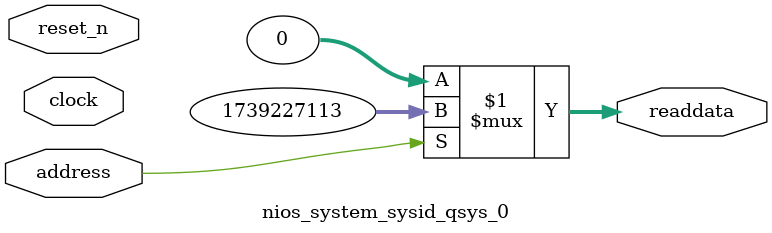
<source format=v>



// synthesis translate_off
`timescale 1ns / 1ps
// synthesis translate_on

// turn off superfluous verilog processor warnings 
// altera message_level Level1 
// altera message_off 10034 10035 10036 10037 10230 10240 10030 

module nios_system_sysid_qsys_0 (
               // inputs:
                address,
                clock,
                reset_n,

               // outputs:
                readdata
             )
;

  output  [ 31: 0] readdata;
  input            address;
  input            clock;
  input            reset_n;

  wire    [ 31: 0] readdata;
  //control_slave, which is an e_avalon_slave
  assign readdata = address ? 1739227113 : 0;

endmodule



</source>
